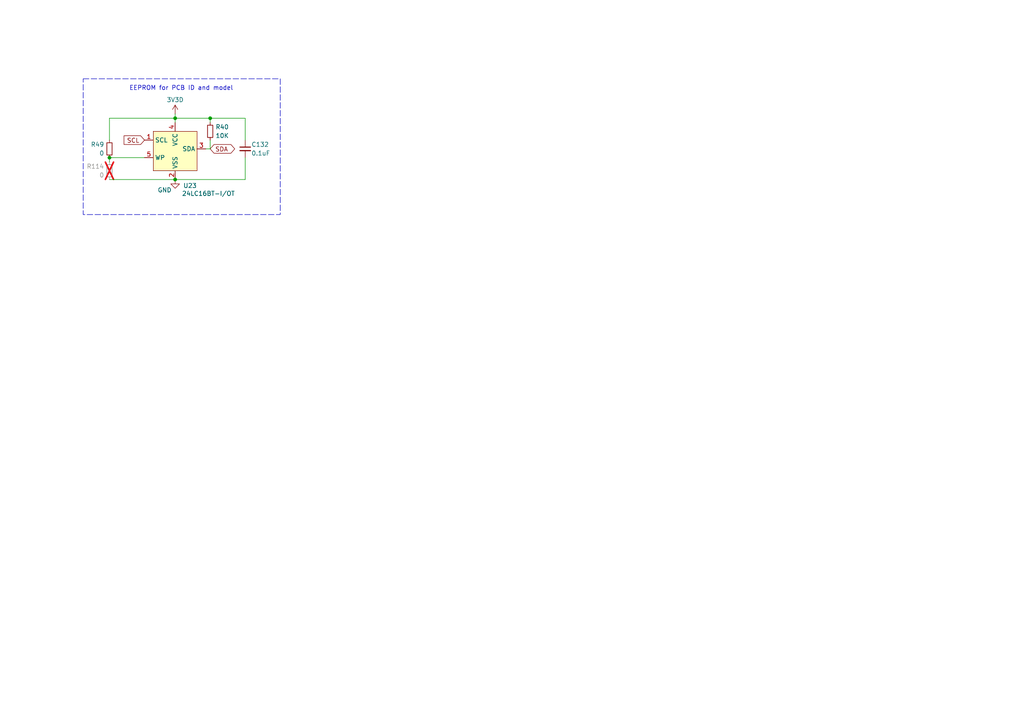
<source format=kicad_sch>
(kicad_sch (version 20250114) (generator "eeschema") (generator_version "9.0")
  (paper "A4")
  (lib_symbols
    (symbol "Device:C_Small" (pin_numbers (hide yes)) (pin_names (offset 0.254) (hide yes))
      (property "Reference" "C" (at 0.254 1.778 0))
      (property "Value" "C_Small" (at 0.254 -2.032 0))
      (symbol "C_Small_0_1"
        (polyline (pts (xy -1.524 0.508) (xy 1.524 0.508)) (stroke (width 0.3048)))
        (polyline (pts (xy -1.524 -0.508) (xy 1.524 -0.508)) (stroke (width 0.3302)))
      )
      (symbol "C_Small_1_1"
        (pin passive line (at 0 2.54 270) (length 2.032) (name "~") (number "1"))
        (pin passive line (at 0 -2.54 90) (length 2.032) (name "~") (number "2"))
      )
    )
    (symbol "Device:R_Small" (pin_numbers (hide yes)) (pin_names (offset 0.254) (hide yes))
      (property "Reference" "R" (at 0.762 0.508 0))
      (property "Value" "R_Small" (at 0.762 -1.016 0))
      (symbol "R_Small_0_1"
        (rectangle (start -0.762 1.778) (end 0.762 -1.778) (stroke (width 0.2032)))
      )
      (symbol "R_Small_1_1"
        (pin passive line (at 0 2.54 270) (length 0.762) (name "~") (number "1"))
        (pin passive line (at 0 -2.54 90) (length 0.762) (name "~") (number "2"))
      )
    )
    (symbol "lib:24LC16BT-I/OT"
      (property "Reference" "U?" (at 4.572 -8.128 0))
      (property "Value" "24LC16BT-I/OT" (at 10.668 -10.414 0))
      (symbol "24LC16BT-I/OT_1_1"
        (rectangle (start -6.35 5.08) (end 6.35 -6.35) (fill (type background)))
        (pin input line (at -8.89 2.54 0) (length 2.54) (name "SCL") (number "1"))
        (pin input line (at -8.89 -2.54 0) (length 2.54) (name "WP") (number "5"))
        (pin power_in line (at 0 7.62 270) (length 2.54) (name "VCC") (number "4"))
        (pin power_in line (at 0 -8.89 90) (length 2.54) (name "VSS") (number "2"))
        (pin bidirectional line (at 8.89 0 180) (length 2.54) (name "SDA") (number "3"))
      )
    )
    (symbol "power:+3V3" (power) (pin_numbers (hide yes)) (pin_names (offset 0) (hide yes))
      (property "Value" "+3V3" (at 0 3.556 0))
      (symbol "+3V3_0_1"
        (polyline (pts (xy -0.762 1.27) (xy 0 2.54)))
        (polyline (pts (xy 0 2.54) (xy 0.762 1.27)))
        (polyline (pts (xy 0 0) (xy 0 2.54)))
      )
      (symbol "+3V3_1_1"
        (pin power_in line (at 0 0 90) (length 0) (name "~") (number "1"))
      )
    )
    (symbol "power:GND" (power) (pin_numbers (hide yes)) (pin_names (offset 0) (hide yes))
      (property "Value" "GND" (at 0 -3.81 0))
      (symbol "GND_0_1"
        (polyline (pts (xy 0 0) (xy 0 -1.27) (xy 1.27 -1.27) (xy 0 -2.54) (xy -1.27 -1.27) (xy 0 -1.27)))
      )
      (symbol "GND_1_1"
        (pin power_in line (at 0 0 270) (length 0) (name "~") (number "1"))
      )
    )
  )
  (rectangle (start 24.13 22.86) (end 81.28 62.23) (stroke (width 0) (type dash)))
  (text "EEPROM for PCB ID and model" (at 52.578 25.654 0) (effects (font (size 1.27 1.27))))
  (junction (at 50.8 34.29))
  (junction (at 50.8 52.07))
  (junction (at 31.75 45.72))
  (junction (at 60.96 34.29))
  (wire (pts (xy 31.75 45.72) (xy 41.91 45.72)))
  (wire (pts (xy 31.75 34.29) (xy 50.8 34.29)))
  (wire (pts (xy 50.8 34.29) (xy 50.8 35.56)))
  (wire (pts (xy 71.12 45.72) (xy 71.12 52.07)))
  (wire (pts (xy 60.96 43.18) (xy 59.69 43.18)))
  (wire (pts (xy 31.75 52.07) (xy 50.8 52.07)))
  (wire (pts (xy 31.75 40.64) (xy 31.75 34.29)))
  (wire (pts (xy 60.96 35.56) (xy 60.96 34.29)))
  (wire (pts (xy 71.12 52.07) (xy 50.8 52.07)))
  (wire (pts (xy 71.12 40.64) (xy 71.12 34.29)))
  (wire (pts (xy 50.8 33.02) (xy 50.8 34.29)))
  (wire (pts (xy 31.75 45.72) (xy 31.75 46.99)))
  (wire (pts (xy 71.12 34.29) (xy 60.96 34.29)))
  (wire (pts (xy 60.96 34.29) (xy 50.8 34.29)))
  (wire (pts (xy 60.96 43.18) (xy 60.96 40.64)))
  (global_label "SDA" (shape bidirectional) (at 60.96 43.18 0) (property "Intersheetrefs" "${INTERSHEET_REFS}" (effects (hide yes))))
  (global_label "SCL" (shape input) (at 41.91 40.64 180) (property "Intersheetrefs" "${INTERSHEET_REFS}" (effects (hide yes))))
  (symbol (lib_id "power:+3V3") (at 50.8 33.02 0) (unit 1)
    (property "Reference" "#PWR0249" (effects (hide yes)))
    (property "Value" "3V3D" (at 50.8 28.956 0))
    (property "Description" "Power symbol creates a global label with name \"+3V3\"" (effects (hide yes)))
  )
  (symbol (lib_id "lib:24LC16BT-I/OT") (at 50.8 43.18 0) (unit 1)
    (property "Reference" "U23" (at 55.118 53.848 0))
    (property "Value" "24LC16BT-I/OT" (at 60.452 56.134 0))
    (property "Footprint" "lib:24LC16BT-IOT" (effects (hide yes)))
    (property "Description" "EEPROM Memory IC 16Kbit I2C 400 kHz 900 ns SOT-23-5" (effects (hide yes)))
    (property "M" "MICROCHIP" (effects (hide yes)))
    (property "MPN" "24LC16BT-I/OT" (effects (hide yes)))
  )
  (symbol (lib_id "Device:R_Small") (at 31.75 43.18 0) (unit 1)
    (property "Reference" "R49" (at 30.226 41.91 0) (effects (justify right)))
    (property "Value" "0" (at 30.226 44.45 0) (effects (justify right)))
    (property "Footprint" "Resistor_SMD:R_0603_1608Metric" (effects (hide yes)))
    (property "Description" "0 Ohms Jumper Chip Resistor 0603 (1608 Metric) Automotive AEC-Q200 Thick Film" (effects (hide yes)))
    (property "M" "VISHAY" (effects (hide yes)))
    (property "MPN" "CRCW06030000Z0EA" (effects (hide yes)))
  )
  (symbol (lib_id "power:GND") (at 50.8 52.07 0) (unit 1)
    (property "Reference" "#PWR085" (effects (hide yes)))
    (property "Value" "GND" (at 49.784 55.118 0) (effects (justify right)))
    (property "Description" "Power symbol creates a global label with name \"GND\" , ground" (effects (hide yes)))
  )
  (symbol (lib_id "Device:R_Small") (at 31.75 49.53 0) (unit 1) (dnp yes)
    (property "Reference" "R114" (at 30.226 48.26 0) (effects (justify right)))
    (property "Value" "0" (at 30.226 50.8 0) (effects (justify right)))
    (property "Footprint" "Resistor_SMD:R_0603_1608Metric" (effects (hide yes)))
    (property "Description" "0 Ohms Jumper Chip Resistor 0603 (1608 Metric) Automotive AEC-Q200 Thick Film" (effects (hide yes)))
    (property "M" "VISHAY" (effects (hide yes)))
    (property "MPN" "CRCW06030000Z0EA" (effects (hide yes)))
  )
  (symbol (lib_id "Device:R_Small") (at 60.96 38.1 0) (mirror y) (unit 1)
    (property "Reference" "R40" (at 62.484 36.83 0) (effects (justify right)))
    (property "Value" "10K" (at 62.484 39.37 0) (effects (justify right)))
    (property "Footprint" "Resistor_SMD:R_0603_1608Metric" (effects (hide yes)))
    (property "Description" "10 kOhms ±1% 0.1W, 1/10W Chip Resistor 0603 (1608 Metric) Automotive AEC-Q200 Thick Film" (effects (hide yes)))
    (property "M" "VISHAY" (effects (hide yes)))
    (property "MPN" "CRCW060310K0FKEA" (effects (hide yes)))
  )
  (symbol (lib_id "Device:C_Small") (at 71.12 43.18 0) (unit 1)
    (property "Reference" "C132" (at 72.898 41.91 0) (effects (justify left)))
    (property "Value" "0.1uF" (at 72.898 44.45 0) (effects (justify left)))
    (property "Footprint" "Capacitor_SMD:C_0402_1005Metric" (effects (hide yes)))
    (property "Description" "0.1 µF ±10% 50V Ceramic Capacitor X7R 0402 (1005 Metric)" (effects (hide yes)))
    (property "M" "MURATA" (effects (hide yes)))
    (property "MPN" "GCM155R71H104KE02J" (effects (hide yes)))
  )
)
</source>
